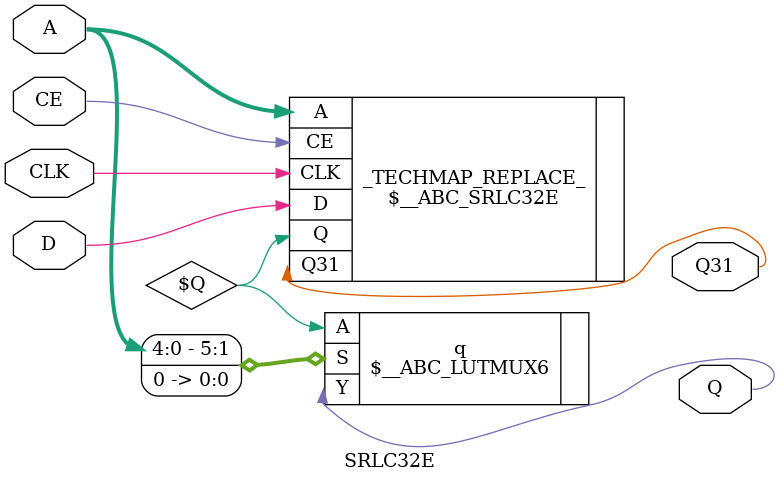
<source format=v>
/*
 *  yosys -- Yosys Open SYnthesis Suite
 *
 *  Copyright (C) 2012  Clifford Wolf <clifford@clifford.at>
 *                2019  Eddie Hung    <eddie@fpgeh.com>
 *
 *  Permission to use, copy, modify, and/or distribute this software for any
 *  purpose with or without fee is hereby granted, provided that the above
 *  copyright notice and this permission notice appear in all copies.
 *
 *  THE SOFTWARE IS PROVIDED "AS IS" AND THE AUTHOR DISCLAIMS ALL WARRANTIES
 *  WITH REGARD TO THIS SOFTWARE INCLUDING ALL IMPLIED WARRANTIES OF
 *  MERCHANTABILITY AND FITNESS. IN NO EVENT SHALL THE AUTHOR BE LIABLE FOR
 *  ANY SPECIAL, DIRECT, INDIRECT, OR CONSEQUENTIAL DAMAGES OR ANY DAMAGES
 *  WHATSOEVER RESULTING FROM LOSS OF USE, DATA OR PROFITS, WHETHER IN AN
 *  ACTION OF CONTRACT, NEGLIGENCE OR OTHER TORTIOUS ACTION, ARISING OUT OF
 *  OR IN CONNECTION WITH THE USE OR PERFORMANCE OF THIS SOFTWARE.
 *
 */

// ============================================================================

module FDRE (output reg Q, input C, CE, D, R);
  parameter [0:0] INIT = 1'b0;
  parameter [0:0] IS_C_INVERTED = 1'b0;
  parameter [0:0] IS_D_INVERTED = 1'b0;
  parameter [0:0] IS_R_INVERTED = 1'b0;
  wire \$nextQ ;
  \$__ABC_FDRE #(
    .INIT(INIT),
    .IS_C_INVERTED(IS_C_INVERTED),
    .IS_D_INVERTED(IS_D_INVERTED),
    .IS_R_INVERTED(IS_R_INVERTED),
    .CLK_POLARITY(!IS_C_INVERTED),
    .EN_POLARITY(1'b1)
  ) _TECHMAP_REPLACE_ (
    .D(D), .Q(\$nextQ ), .\$pastQ (Q), .C(C), .CE(CE), .R(R)
  );
  \$__ABC_FF_ abc_dff (.D(\$nextQ ), .Q(Q));
endmodule
module FDRE_1 (output reg Q, input C, CE, D, R);
  parameter [0:0] INIT = 1'b0;
  wire \$nextQ ;
  \$__ABC_FDRE_1 #(
      .INIT(|0),
    .CLK_POLARITY(1'b0),
    .EN_POLARITY(1'b1)
  ) _TECHMAP_REPLACE_ (
    .D(D), .Q(\$nextQ ), .\$pastQ (Q), .C(C), .CE(CE), .R(R)
  );
  \$__ABC_FF_ abc_dff (.D(\$nextQ ), .Q(Q));
endmodule

module FDCE (output reg Q, input C, CE, D, CLR);
  parameter [0:0] INIT = 1'b0;
  parameter [0:0] IS_C_INVERTED = 1'b0;
  parameter [0:0] IS_D_INVERTED = 1'b0;
  parameter [0:0] IS_CLR_INVERTED = 1'b0;
  wire \$nextQ , \$currQ ;
  \$__ABC_FDCE #(
    .INIT(INIT),
    .IS_C_INVERTED(IS_C_INVERTED),
    .IS_D_INVERTED(IS_D_INVERTED),
    .IS_CLR_INVERTED(IS_CLR_INVERTED),
    .CLK_POLARITY(!IS_C_INVERTED),
    .EN_POLARITY(1'b1)
  ) _TECHMAP_REPLACE_ (
    .D(D), .Q(\$nextQ ), .\$pastQ (Q), .C(C), .CE(CE), .CLR(CLR)
  );
  \$__ABC_FF_ abc_dff (.D(\$nextQ ), .Q(\$currQ ));
  \$__ABC_ASYNC abc_async (.A(\$currQ ), .S(CLR), .Y(Q));
endmodule
module FDCE_1 (output reg Q, input C, CE, D, CLR);
  parameter [0:0] INIT = 1'b0;
  wire \$nextQ , \$currQ ;
  \$__ABC_FDCE_1 #(
    .INIT(INIT),
    .CLK_POLARITY(1'b0),
    .EN_POLARITY(1'b1)
  ) _TECHMAP_REPLACE_ (
    .D(D), .Q(\$nextQ ), .\$pastQ (Q), .C(C), .CE(CE), .CLR(CLR)
  );
  \$__ABC_FF_ abc_dff (.D(\$nextQ ), .Q(\$currQ ));
  \$__ABC_ASYNC abc_async (.A(\$currQ ), .S(CLR), .Y(Q));
endmodule

module FDPE (output reg Q, input C, CE, D, PRE);
  parameter [0:0] INIT = 1'b0;
  parameter [0:0] IS_C_INVERTED = 1'b0;
  parameter [0:0] IS_D_INVERTED = 1'b0;
  parameter [0:0] IS_PRE_INVERTED = 1'b0;
  wire \$nextQ , \$currQ ;
  \$__ABC_FDPE #(
    .INIT(INIT),
    .IS_C_INVERTED(IS_C_INVERTED),
    .IS_D_INVERTED(IS_D_INVERTED),
    .IS_PRE_INVERTED(IS_PRE_INVERTED),
    .CLK_POLARITY(!IS_C_INVERTED),
    .EN_POLARITY(1'b1)
  ) _TECHMAP_REPLACE_ (
    .D(D), .Q(\$nextQ ), .\$pastQ (Q), .C(C), .CE(CE), .PRE(PRE)
  );
  \$__ABC_FF_ abc_dff (.D(\$nextQ ), .Q(\$currQ ));
  \$__ABC_ASYNC abc_async (.A(\$currQ ), .S(PRE), .Y(Q));
endmodule
module FDPE_1 (output reg Q, input C, CE, D, PRE);
  parameter [0:0] INIT = 1'b0;
  wire \$nextQ , \$currQ ;
  \$__ABC_FDPE_1 #(
    .INIT(INIT),
    .CLK_POLARITY(1'b0),
    .EN_POLARITY(1'b1)
  ) _TECHMAP_REPLACE_ (
    .D(D), .Q(\$nextQ ), .\$pastQ (Q), .C(C), .CE(CE), .PRE(PRE)
  );
  \$__ABC_FF_ abc_dff (.D(\$nextQ ), .Q(\$currQ ));
  \$__ABC_ASYNC abc_async (.A(\$currQ ), .S(PRE), .Y(Q));
endmodule

module RAM32X1D (
  output DPO, SPO,
  input  D,
  input  WCLK,
  input  WE,
  input  A0, A1, A2, A3, A4,
  input  DPRA0, DPRA1, DPRA2, DPRA3, DPRA4
);
  parameter INIT = 32'h0;
  parameter IS_WCLK_INVERTED = 1'b0;
  wire \$DPO , \$SPO ;
  \$__ABC_RAM32X1D #(
    .INIT(INIT), .IS_WCLK_INVERTED(IS_WCLK_INVERTED)
  ) _TECHMAP_REPLACE_ (
    .DPO(\$DPO ), .SPO(\$SPO ),
    .D(D), .WCLK(WCLK), .WE(WE),
    .A0(A0), .A1(A1), .A2(A2), .A3(A3), .A4(A4),
    .DPRA0(DPRA0), .DPRA1(DPRA1), .DPRA2(DPRA2), .DPRA3(DPRA3), .DPRA4(DPRA4)
  );
  \$__ABC_LUTMUX6 dpo (.A(\$DPO ), .S({1'b0, A0, A1, A2, A3, A4}), .Y(DPO));
  \$__ABC_LUTMUX6 spo (.A(\$SPO ), .S({1'b0, A0, A1, A2, A3, A4}), .Y(SPO));
endmodule

module RAM64X1D (
  output DPO, SPO,
  input  D,
  input  WCLK,
  input  WE,
  input  A0, A1, A2, A3, A4, A5,
  input  DPRA0, DPRA1, DPRA2, DPRA3, DPRA4, DPRA5
);
  parameter INIT = 64'h0;
  parameter IS_WCLK_INVERTED = 1'b0;
  wire \$DPO , \$SPO ;
  \$__ABC_RAM64X1D #(
    .INIT(INIT), .IS_WCLK_INVERTED(IS_WCLK_INVERTED)
  ) _TECHMAP_REPLACE_ (
    .DPO(\$DPO ), .SPO(\$SPO ),
    .D(D), .WCLK(WCLK), .WE(WE),
    .A0(A0), .A1(A1), .A2(A2), .A3(A3), .A4(A4), .A5(A5),
    .DPRA0(DPRA0), .DPRA1(DPRA1), .DPRA2(DPRA2), .DPRA3(DPRA3), .DPRA4(DPRA4), .DPRA5(DPRA5)
  );
  \$__ABC_LUTMUX6 dpo (.A(\$DPO ), .S({A0, A1, A2, A3, A4, A5}), .Y(DPO));
  \$__ABC_LUTMUX6 spo (.A(\$SPO ), .S({A0, A1, A2, A3, A4, A5}), .Y(SPO));
endmodule

module RAM128X1D (
  output       DPO, SPO,
  input        D,
  input        WCLK,
  input        WE,
  input  [6:0] A, DPRA
);
  parameter INIT = 128'h0;
  parameter IS_WCLK_INVERTED = 1'b0;
  wire \$DPO , \$SPO ;
  \$__ABC_RAM128X1D #(
    .INIT(INIT), .IS_WCLK_INVERTED(IS_WCLK_INVERTED)
  ) _TECHMAP_REPLACE_ (
    .DPO(\$DPO ), .SPO(\$SPO ),
    .D(D), .WCLK(WCLK), .WE(WE),
    .A(A),
    .DPRA(DPRA)
  );
  \$__ABC_LUTMUX7 dpo (.A(\$DPO ), .S(A), .Y(DPO));
  \$__ABC_LUTMUX7 spo (.A(\$SPO ), .S(A), .Y(SPO));
endmodule

module SRL16E (
  output Q,
  input A0, A1, A2, A3, CE, CLK, D
);
  parameter [15:0] INIT = 16'h0000;
  parameter [0:0] IS_CLK_INVERTED = 1'b0;
  wire \$Q ;
  \$__ABC_SRL16E #(
    .INIT(INIT), .IS_CLK_INVERTED(IS_CLK_INVERTED)
  ) _TECHMAP_REPLACE_ (
    .Q(\$Q ),
    .A0(A0), .A1(A1), .A2(A2), .A3(A3), .CE(CE), .CLK(CLK), .D(D)
  );
  // TODO: Check if SRL uses fast inputs or slow inputs
  \$__ABC_LUTMUX6 q (.A(\$Q ), .S({A0, A1, A2, A3, 1'b0, 1'b0}), .Y(Q));
endmodule

module SRLC32E (
  output Q,
  output Q31,
  input [4:0] A,
  input CE, CLK, D
);
  parameter [31:0] INIT = 32'h00000000;
  parameter [0:0] IS_CLK_INVERTED = 1'b0;
  wire \$Q ;
  \$__ABC_SRLC32E #(
    .INIT(INIT), .IS_CLK_INVERTED(IS_CLK_INVERTED)
  ) _TECHMAP_REPLACE_ (
    .Q(\$Q ), .Q31(Q31),
    .A(A), .CE(CE), .CLK(CLK), .D(D)
  );
  // TODO: Check if SRL uses fast inputs or slow inputs
  \$__ABC_LUTMUX6 q (.A(\$Q ), .S({A, 1'b0}), .Y(Q));
endmodule

</source>
